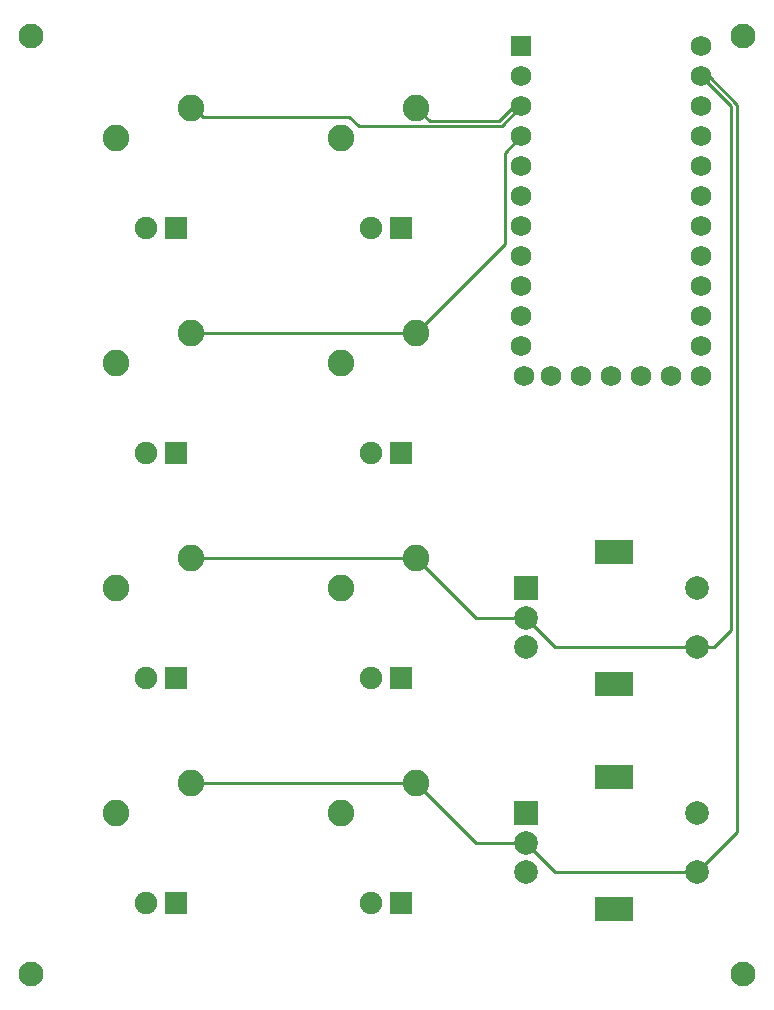
<source format=gbr>
G04 #@! TF.GenerationSoftware,KiCad,Pcbnew,(5.1.5)-2*
G04 #@! TF.CreationDate,2020-01-16T23:06:53-08:00*
G04 #@! TF.ProjectId,Jason's PCB,4a61736f-6e27-4732-9050-43422e6b6963,rev?*
G04 #@! TF.SameCoordinates,Original*
G04 #@! TF.FileFunction,Copper,L1,Top*
G04 #@! TF.FilePolarity,Positive*
%FSLAX46Y46*%
G04 Gerber Fmt 4.6, Leading zero omitted, Abs format (unit mm)*
G04 Created by KiCad (PCBNEW (5.1.5)-2) date 2020-01-16 23:06:53*
%MOMM*%
%LPD*%
G04 APERTURE LIST*
%ADD10R,1.752600X1.752600*%
%ADD11C,1.752600*%
%ADD12C,2.000000*%
%ADD13R,3.200000X2.000000*%
%ADD14R,2.000000X2.000000*%
%ADD15C,2.250000*%
%ADD16C,1.905000*%
%ADD17R,1.905000X1.905000*%
%ADD18C,2.100000*%
%ADD19C,0.254000*%
G04 APERTURE END LIST*
D10*
X120904000Y-17526000D03*
D11*
X120904000Y-20066000D03*
X120904000Y-22606000D03*
X120904000Y-25146000D03*
X120904000Y-27686000D03*
X120904000Y-30226000D03*
X120904000Y-32766000D03*
X120904000Y-35306000D03*
X120904000Y-37846000D03*
X120904000Y-40386000D03*
X120904000Y-42926000D03*
X136144000Y-45466000D03*
X136144000Y-42926000D03*
X136144000Y-40386000D03*
X136144000Y-37846000D03*
X136144000Y-35306000D03*
X136144000Y-32766000D03*
X136144000Y-30226000D03*
X136144000Y-27686000D03*
X136144000Y-25146000D03*
X136144000Y-22606000D03*
X136144000Y-20066000D03*
X121132600Y-45466000D03*
X136144000Y-17526000D03*
X133604000Y-45466000D03*
X131064000Y-45466000D03*
X128524000Y-45466000D03*
X125984000Y-45466000D03*
X123444000Y-45466000D03*
D12*
X135778000Y-87463000D03*
X135778000Y-82463000D03*
D13*
X128778000Y-90563000D03*
X128778000Y-79363000D03*
D12*
X121278000Y-87463000D03*
X121278000Y-84963000D03*
D14*
X121278000Y-82463000D03*
D15*
X112014000Y-22733000D03*
X105664000Y-25273000D03*
D16*
X108204000Y-32893000D03*
D17*
X110744000Y-32893000D03*
D14*
X121278000Y-63413000D03*
D12*
X121278000Y-65913000D03*
X121278000Y-68413000D03*
D13*
X128778000Y-60313000D03*
X128778000Y-71513000D03*
D12*
X135778000Y-63413000D03*
X135778000Y-68413000D03*
D17*
X91694000Y-51943000D03*
D16*
X89154000Y-51943000D03*
D15*
X86614000Y-44323000D03*
X92964000Y-41783000D03*
D17*
X110744000Y-90043000D03*
D16*
X108204000Y-90043000D03*
D15*
X105664000Y-82423000D03*
X112014000Y-79883000D03*
D17*
X91694000Y-90043000D03*
D16*
X89154000Y-90043000D03*
D15*
X86614000Y-82423000D03*
X92964000Y-79883000D03*
D17*
X110744000Y-70993000D03*
D16*
X108204000Y-70993000D03*
D15*
X105664000Y-63373000D03*
X112014000Y-60833000D03*
D17*
X91694000Y-70993000D03*
D16*
X89154000Y-70993000D03*
D15*
X86614000Y-63373000D03*
X92964000Y-60833000D03*
D17*
X110744000Y-51943000D03*
D16*
X108204000Y-51943000D03*
D15*
X105664000Y-44323000D03*
X112014000Y-41783000D03*
X92964000Y-22733000D03*
X86614000Y-25273000D03*
D16*
X89154000Y-32893000D03*
D17*
X91694000Y-32893000D03*
D18*
X139700000Y-16668750D03*
X79375000Y-16668750D03*
X139700000Y-96043750D03*
X79375000Y-96043750D03*
D19*
X113138999Y-23857999D02*
X112014000Y-22733000D01*
X120904000Y-22606000D02*
X120269000Y-22606000D01*
X119017001Y-23857999D02*
X113138999Y-23857999D01*
X120269000Y-22606000D02*
X119017001Y-23857999D01*
X120904000Y-22606000D02*
X119253000Y-24257000D01*
X119253000Y-24257000D02*
X107188000Y-24257000D01*
X92964000Y-22733000D02*
X93218000Y-22733000D01*
X93218000Y-22733000D02*
X93980000Y-23495000D01*
X107188000Y-24257000D02*
X106299000Y-23495000D01*
X137192213Y-68413000D02*
X138676213Y-66929000D01*
X135778000Y-68413000D02*
X137192213Y-68413000D01*
X138676213Y-22598213D02*
X136144000Y-20066000D01*
X138676213Y-66929000D02*
X138676213Y-22598213D01*
X136779000Y-20066000D02*
X136144000Y-20066000D01*
X139192000Y-22479000D02*
X136779000Y-20066000D01*
X135778000Y-87463000D02*
X139192000Y-84049000D01*
X139192000Y-84049000D02*
X139192000Y-22479000D01*
X123778000Y-68413000D02*
X121278000Y-65913000D01*
X135778000Y-68413000D02*
X123778000Y-68413000D01*
X123778000Y-87463000D02*
X121278000Y-84963000D01*
X135778000Y-87463000D02*
X123778000Y-87463000D01*
X119863787Y-65913000D02*
X121278000Y-65913000D01*
X117094000Y-65913000D02*
X119863787Y-65913000D01*
X112014000Y-60833000D02*
X117094000Y-65913000D01*
X117094000Y-84963000D02*
X121278000Y-84963000D01*
X112014000Y-79883000D02*
X117094000Y-84963000D01*
X120904000Y-25146000D02*
X119507000Y-26543000D01*
X119507000Y-34290000D02*
X112014000Y-41783000D01*
X119507000Y-26543000D02*
X119507000Y-34290000D01*
X110423010Y-60833000D02*
X92964000Y-60833000D01*
X112014000Y-60833000D02*
X110423010Y-60833000D01*
X110423010Y-79883000D02*
X92964000Y-79883000D01*
X112014000Y-79883000D02*
X110423010Y-79883000D01*
X93980000Y-23495000D02*
X106299000Y-23495000D01*
X110423010Y-41783000D02*
X92964000Y-41783000D01*
X112014000Y-41783000D02*
X110423010Y-41783000D01*
M02*

</source>
